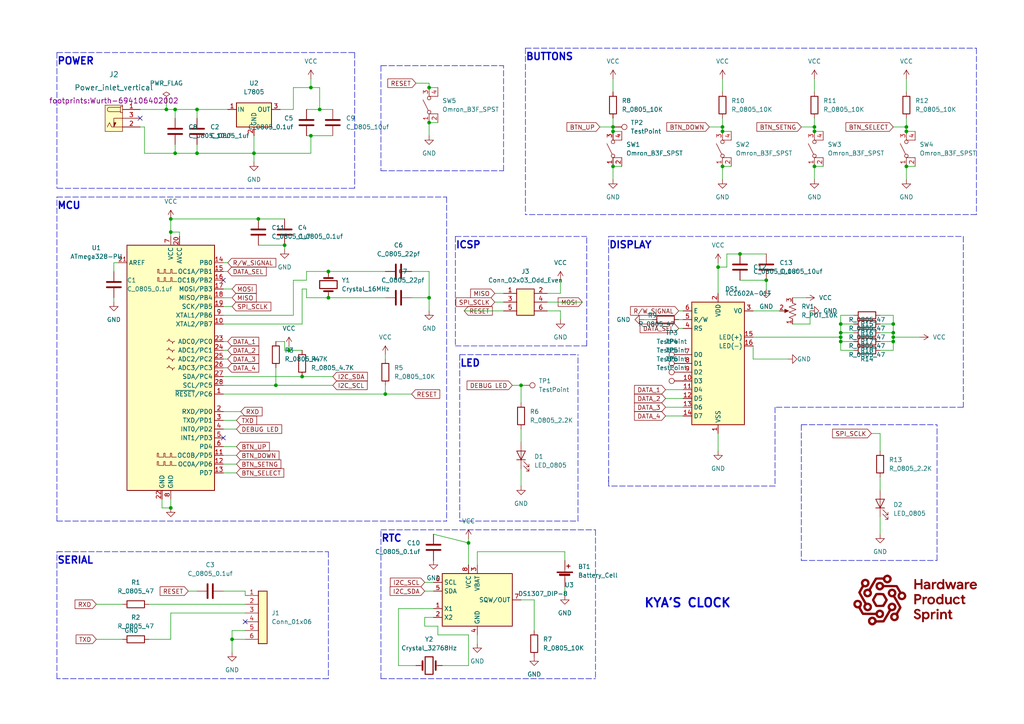
<source format=kicad_sch>
(kicad_sch (version 20211123) (generator eeschema)
  (paper "A4")
  (junction (at 259.08 97.79))
  (junction (at 135.89 157.48))
  (junction (at 262.89 38.1))
  (junction (at 243.84 99.06))
  (junction (at 48.26 31.75))
  (junction (at 49.53 63.5))
  (junction (at 83.82 101.6))
  (junction (at 209.55 48.26))
  (junction (at 236.22 36.83))
  (junction (at 50.8 44.45))
  (junction (at 90.17 25.4))
  (junction (at 87.63 109.22))
  (junction (at 259.08 99.06))
  (junction (at 74.93 63.5))
  (junction (at 236.22 48.26))
  (junction (at 177.8 38.1))
  (junction (at 49.53 147.32))
  (junction (at 236.22 38.1))
  (junction (at 124.46 35.56))
  (junction (at 177.8 36.83))
  (junction (at 209.55 36.83))
  (junction (at 67.31 185.42))
  (junction (at 259.08 96.52))
  (junction (at 262.89 36.83))
  (junction (at 243.84 93.98))
  (junction (at 82.55 71.12))
  (junction (at 243.84 96.52))
  (junction (at 80.01 111.76))
  (junction (at 243.84 97.79))
  (junction (at 124.46 25.4))
  (junction (at 177.8 48.26))
  (junction (at 95.25 78.74))
  (junction (at 222.25 81.28))
  (junction (at 111.76 114.3))
  (junction (at 57.15 31.75))
  (junction (at 73.66 44.45))
  (junction (at 57.15 44.45))
  (junction (at 259.08 93.98))
  (junction (at 124.46 86.36))
  (junction (at 214.63 73.66))
  (junction (at 262.89 48.26))
  (junction (at 92.71 31.75))
  (junction (at 95.25 86.36))
  (junction (at 49.53 67.31))
  (junction (at 50.8 31.75))
  (junction (at 208.28 77.47))
  (junction (at 90.17 39.37))
  (junction (at 209.55 38.1))
  (junction (at 151.13 111.76))
  (no_connect (at 40.64 34.29))
  (no_connect (at 71.12 180.34))
  (no_connect (at 64.77 81.28))
  (no_connect (at 64.77 127))
  (wire (pts (xy 208.28 76.2) (xy 208.28 77.47)))
  (wire (pts (xy 229.87 93.98) (xy 234.95 93.98)))
  (wire (pts (xy 209.55 22.86) (xy 209.55 26.67)))
  (wire (pts (xy 46.99 144.78) (xy 46.99 147.32)))
  (wire (pts (xy 64.77 134.62) (xy 68.58 134.62)))
  (wire (pts (xy 158.75 90.17) (xy 162.56 90.17)))
  (wire (pts (xy 208.28 77.47) (xy 208.28 85.09)))
  (wire (pts (xy 67.31 182.88) (xy 67.31 185.42)))
  (polyline (pts (xy 176.53 68.58) (xy 279.4 68.58)))
  (wire (pts (xy 88.9 81.28) (xy 88.9 78.74)))
  (wire (pts (xy 151.13 111.76) (xy 151.13 116.84)))
  (wire (pts (xy 43.18 185.42) (xy 49.53 185.42)))
  (wire (pts (xy 243.84 97.79) (xy 243.84 99.06)))
  (polyline (pts (xy 16.51 160.02) (xy 95.25 160.02)))
  (wire (pts (xy 49.53 185.42) (xy 49.53 177.8)))
  (wire (pts (xy 162.56 85.09) (xy 162.56 81.28)))
  (wire (pts (xy 41.91 44.45) (xy 50.8 44.45)))
  (wire (pts (xy 83.82 100.33) (xy 83.82 101.6)))
  (wire (pts (xy 209.55 34.29) (xy 209.55 36.83)))
  (wire (pts (xy 92.71 31.75) (xy 96.52 31.75)))
  (wire (pts (xy 64.77 124.46) (xy 68.58 124.46)))
  (wire (pts (xy 123.19 181.61) (xy 123.19 179.07)))
  (wire (pts (xy 87.63 83.82) (xy 88.9 83.82)))
  (wire (pts (xy 64.77 132.08) (xy 68.58 132.08)))
  (wire (pts (xy 92.71 25.4) (xy 90.17 25.4)))
  (wire (pts (xy 88.9 78.74) (xy 95.25 78.74)))
  (wire (pts (xy 255.27 99.06) (xy 259.08 99.06)))
  (polyline (pts (xy 133.35 102.87) (xy 133.35 151.13)))
  (wire (pts (xy 262.89 34.29) (xy 262.89 36.83)))
  (wire (pts (xy 151.13 173.99) (xy 154.94 173.99)))
  (wire (pts (xy 124.46 86.36) (xy 124.46 90.17)))
  (polyline (pts (xy 271.78 162.56) (xy 271.78 123.19)))
  (wire (pts (xy 80.01 106.68) (xy 80.01 111.76)))
  (wire (pts (xy 259.08 97.79) (xy 259.08 99.06)))
  (polyline (pts (xy 110.49 49.53) (xy 146.05 49.53)))
  (wire (pts (xy 57.15 41.91) (xy 57.15 44.45)))
  (wire (pts (xy 67.31 185.42) (xy 67.31 189.23)))
  (wire (pts (xy 127 181.61) (xy 123.19 181.61)))
  (wire (pts (xy 135.89 193.04) (xy 135.89 184.15)))
  (wire (pts (xy 64.77 109.22) (xy 87.63 109.22)))
  (polyline (pts (xy 167.64 151.13) (xy 167.64 102.87)))
  (wire (pts (xy 123.19 171.45) (xy 125.73 171.45)))
  (wire (pts (xy 158.75 87.63) (xy 168.91 87.63)))
  (wire (pts (xy 135.89 184.15) (xy 127 184.15)))
  (wire (pts (xy 48.26 29.21) (xy 48.26 31.75)))
  (wire (pts (xy 209.55 48.26) (xy 209.55 52.07)))
  (wire (pts (xy 68.58 121.92) (xy 64.77 121.92)))
  (wire (pts (xy 74.93 63.5) (xy 82.55 63.5)))
  (wire (pts (xy 64.77 137.16) (xy 68.58 137.16)))
  (wire (pts (xy 71.12 182.88) (xy 67.31 182.88)))
  (polyline (pts (xy 16.51 160.02) (xy 17.78 160.02)))
  (polyline (pts (xy 110.49 153.67) (xy 172.72 153.67)))
  (wire (pts (xy 243.84 93.98) (xy 247.65 93.98)))
  (wire (pts (xy 177.8 22.86) (xy 177.8 26.67)))
  (wire (pts (xy 218.44 100.33) (xy 218.44 104.14)))
  (wire (pts (xy 243.84 96.52) (xy 247.65 96.52)))
  (wire (pts (xy 193.04 115.57) (xy 198.12 115.57)))
  (wire (pts (xy 40.64 36.83) (xy 41.91 36.83)))
  (wire (pts (xy 119.38 78.74) (xy 124.46 78.74)))
  (wire (pts (xy 243.84 97.79) (xy 218.44 97.79)))
  (wire (pts (xy 163.83 160.02) (xy 163.83 162.56)))
  (wire (pts (xy 218.44 104.14) (xy 228.6 104.14)))
  (wire (pts (xy 209.55 48.26) (xy 212.09 48.26)))
  (wire (pts (xy 233.68 86.36) (xy 229.87 86.36)))
  (polyline (pts (xy 129.54 57.15) (xy 129.54 151.13)))
  (wire (pts (xy 255.27 125.73) (xy 255.27 130.81)))
  (wire (pts (xy 82.55 99.06) (xy 82.55 101.6)))
  (wire (pts (xy 95.25 86.36) (xy 111.76 86.36)))
  (wire (pts (xy 50.8 31.75) (xy 57.15 31.75)))
  (wire (pts (xy 214.63 81.28) (xy 222.25 81.28)))
  (wire (pts (xy 40.64 31.75) (xy 48.26 31.75)))
  (wire (pts (xy 128.27 193.04) (xy 135.89 193.04)))
  (polyline (pts (xy 132.08 68.58) (xy 170.18 68.58)))
  (wire (pts (xy 74.93 71.12) (xy 82.55 71.12)))
  (wire (pts (xy 193.04 113.03) (xy 198.12 113.03)))
  (wire (pts (xy 88.9 31.75) (xy 92.71 31.75)))
  (polyline (pts (xy 232.41 162.56) (xy 271.78 162.56)))
  (polyline (pts (xy 132.08 68.58) (xy 132.08 100.33)))
  (wire (pts (xy 124.46 25.4) (xy 127 25.4)))
  (wire (pts (xy 64.77 93.98) (xy 87.63 93.98)))
  (wire (pts (xy 115.57 176.53) (xy 115.57 193.04)))
  (wire (pts (xy 90.17 39.37) (xy 96.52 39.37)))
  (wire (pts (xy 41.91 36.83) (xy 41.91 44.45)))
  (wire (pts (xy 124.46 24.13) (xy 124.46 25.4)))
  (wire (pts (xy 196.85 95.25) (xy 198.12 95.25)))
  (wire (pts (xy 236.22 22.86) (xy 236.22 26.67)))
  (wire (pts (xy 80.01 99.06) (xy 82.55 99.06)))
  (wire (pts (xy 85.09 31.75) (xy 85.09 25.4)))
  (polyline (pts (xy 133.35 151.13) (xy 167.64 151.13)))
  (polyline (pts (xy 279.4 118.11) (xy 224.79 118.11)))
  (wire (pts (xy 46.99 147.32) (xy 49.53 147.32)))
  (wire (pts (xy 54.61 171.45) (xy 57.15 171.45)))
  (wire (pts (xy 262.89 36.83) (xy 262.89 38.1)))
  (polyline (pts (xy 224.79 118.11) (xy 224.79 140.97)))
  (wire (pts (xy 33.02 76.2) (xy 34.29 76.2)))
  (wire (pts (xy 64.77 88.9) (xy 67.31 88.9)))
  (wire (pts (xy 64.77 111.76) (xy 80.01 111.76)))
  (wire (pts (xy 236.22 34.29) (xy 236.22 36.83)))
  (wire (pts (xy 243.84 99.06) (xy 247.65 99.06)))
  (wire (pts (xy 259.08 91.44) (xy 259.08 93.98)))
  (wire (pts (xy 73.66 39.37) (xy 73.66 44.45)))
  (polyline (pts (xy 176.53 139.7) (xy 176.53 68.58)))
  (wire (pts (xy 259.08 99.06) (xy 259.08 101.6)))
  (wire (pts (xy 210.82 73.66) (xy 214.63 73.66)))
  (wire (pts (xy 119.38 86.36) (xy 124.46 86.36)))
  (wire (pts (xy 57.15 31.75) (xy 57.15 34.29)))
  (wire (pts (xy 255.27 138.43) (xy 255.27 142.24)))
  (wire (pts (xy 232.41 36.83) (xy 236.22 36.83)))
  (wire (pts (xy 33.02 78.74) (xy 33.02 76.2)))
  (wire (pts (xy 95.25 78.74) (xy 111.76 78.74)))
  (wire (pts (xy 49.53 144.78) (xy 49.53 147.32)))
  (wire (pts (xy 177.8 36.83) (xy 177.8 38.1)))
  (wire (pts (xy 85.09 25.4) (xy 90.17 25.4)))
  (polyline (pts (xy 224.79 140.97) (xy 176.53 140.97)))
  (wire (pts (xy 162.56 90.17) (xy 162.56 92.71)))
  (wire (pts (xy 154.94 173.99) (xy 154.94 182.88)))
  (wire (pts (xy 90.17 39.37) (xy 90.17 44.45)))
  (wire (pts (xy 163.83 170.18) (xy 163.83 172.72)))
  (wire (pts (xy 138.43 160.02) (xy 138.43 163.83)))
  (wire (pts (xy 115.57 193.04) (xy 120.65 193.04)))
  (wire (pts (xy 43.18 175.26) (xy 71.12 175.26)))
  (wire (pts (xy 255.27 93.98) (xy 259.08 93.98)))
  (wire (pts (xy 236.22 48.26) (xy 236.22 52.07)))
  (wire (pts (xy 259.08 96.52) (xy 259.08 97.79)))
  (wire (pts (xy 50.8 44.45) (xy 57.15 44.45)))
  (wire (pts (xy 243.84 101.6) (xy 247.65 101.6)))
  (polyline (pts (xy 110.49 19.05) (xy 146.05 19.05)))
  (wire (pts (xy 66.04 78.74) (xy 64.77 78.74)))
  (polyline (pts (xy 16.51 196.85) (xy 16.51 160.02)))
  (polyline (pts (xy 110.49 196.85) (xy 172.72 196.85)))
  (wire (pts (xy 95.25 86.36) (xy 88.9 86.36)))
  (wire (pts (xy 64.77 86.36) (xy 67.31 86.36)))
  (wire (pts (xy 27.94 175.26) (xy 35.56 175.26)))
  (wire (pts (xy 193.04 120.65) (xy 198.12 120.65)))
  (polyline (pts (xy 16.51 151.13) (xy 16.51 57.15)))
  (wire (pts (xy 186.69 92.71) (xy 189.23 92.71)))
  (wire (pts (xy 262.89 48.26) (xy 262.89 52.07)))
  (wire (pts (xy 69.85 119.38) (xy 64.77 119.38)))
  (wire (pts (xy 138.43 184.15) (xy 138.43 186.69)))
  (wire (pts (xy 209.55 36.83) (xy 209.55 38.1)))
  (wire (pts (xy 111.76 114.3) (xy 64.77 114.3)))
  (wire (pts (xy 151.13 124.46) (xy 151.13 128.27)))
  (polyline (pts (xy 232.41 123.19) (xy 232.41 162.56)))
  (polyline (pts (xy 16.51 57.15) (xy 129.54 57.15)))
  (wire (pts (xy 64.77 129.54) (xy 68.58 129.54)))
  (wire (pts (xy 64.77 91.44) (xy 85.09 91.44)))
  (wire (pts (xy 49.53 63.5) (xy 49.53 67.31)))
  (wire (pts (xy 57.15 31.75) (xy 66.04 31.75)))
  (wire (pts (xy 243.84 99.06) (xy 243.84 101.6)))
  (polyline (pts (xy 102.87 15.24) (xy 102.87 54.61)))
  (wire (pts (xy 123.19 179.07) (xy 125.73 179.07)))
  (wire (pts (xy 124.46 78.74) (xy 124.46 86.36)))
  (wire (pts (xy 49.53 67.31) (xy 52.07 67.31)))
  (wire (pts (xy 33.02 86.36) (xy 33.02 87.63)))
  (wire (pts (xy 177.8 34.29) (xy 177.8 36.83)))
  (wire (pts (xy 49.53 177.8) (xy 71.12 177.8)))
  (wire (pts (xy 163.83 160.02) (xy 138.43 160.02)))
  (polyline (pts (xy 152.4 13.97) (xy 152.4 62.23)))
  (wire (pts (xy 243.84 93.98) (xy 243.84 96.52)))
  (wire (pts (xy 255.27 149.86) (xy 255.27 154.94)))
  (wire (pts (xy 177.8 48.26) (xy 180.34 48.26)))
  (wire (pts (xy 123.19 168.91) (xy 125.73 168.91)))
  (wire (pts (xy 196.85 90.17) (xy 198.12 90.17)))
  (wire (pts (xy 259.08 97.79) (xy 266.7 97.79)))
  (wire (pts (xy 209.55 38.1) (xy 212.09 38.1)))
  (polyline (pts (xy 102.87 54.61) (xy 16.51 54.61)))
  (polyline (pts (xy 170.18 100.33) (xy 170.18 68.58)))
  (wire (pts (xy 64.77 104.14) (xy 66.04 104.14)))
  (wire (pts (xy 124.46 35.56) (xy 124.46 39.37)))
  (wire (pts (xy 96.52 109.22) (xy 87.63 109.22)))
  (wire (pts (xy 49.53 63.5) (xy 74.93 63.5)))
  (wire (pts (xy 81.28 31.75) (xy 85.09 31.75)))
  (wire (pts (xy 259.08 93.98) (xy 259.08 96.52)))
  (polyline (pts (xy 95.25 196.85) (xy 16.51 196.85)))
  (wire (pts (xy 80.01 111.76) (xy 96.52 111.76)))
  (wire (pts (xy 120.65 24.13) (xy 124.46 24.13)))
  (wire (pts (xy 234.95 93.98) (xy 234.95 90.17)))
  (wire (pts (xy 90.17 22.86) (xy 90.17 25.4)))
  (polyline (pts (xy 283.21 13.97) (xy 283.21 62.23)))
  (wire (pts (xy 67.31 185.42) (xy 71.12 185.42)))
  (polyline (pts (xy 172.72 153.67) (xy 172.72 196.85)))
  (wire (pts (xy 82.55 101.6) (xy 83.82 101.6)))
  (wire (pts (xy 119.38 114.3) (xy 111.76 114.3)))
  (wire (pts (xy 83.82 101.6) (xy 87.63 101.6)))
  (wire (pts (xy 255.27 91.44) (xy 259.08 91.44)))
  (wire (pts (xy 92.71 31.75) (xy 92.71 25.4)))
  (wire (pts (xy 259.08 36.83) (xy 262.89 36.83)))
  (polyline (pts (xy 132.08 100.33) (xy 170.18 100.33)))
  (polyline (pts (xy 152.4 13.97) (xy 283.21 13.97)))
  (wire (pts (xy 64.77 83.82) (xy 67.31 83.82)))
  (wire (pts (xy 64.77 99.06) (xy 66.04 99.06)))
  (wire (pts (xy 127 184.15) (xy 127 181.61)))
  (wire (pts (xy 236.22 38.1) (xy 238.76 38.1)))
  (wire (pts (xy 173.99 36.83) (xy 177.8 36.83)))
  (wire (pts (xy 262.89 22.86) (xy 262.89 26.67)))
  (wire (pts (xy 214.63 73.66) (xy 222.25 73.66)))
  (polyline (pts (xy 16.51 151.13) (xy 129.54 151.13)))
  (wire (pts (xy 158.75 85.09) (xy 162.56 85.09)))
  (wire (pts (xy 262.89 38.1) (xy 265.43 38.1)))
  (wire (pts (xy 64.77 171.45) (xy 71.12 171.45)))
  (wire (pts (xy 52.07 67.31) (xy 52.07 68.58)))
  (wire (pts (xy 143.51 87.63) (xy 146.05 87.63)))
  (wire (pts (xy 236.22 36.83) (xy 236.22 38.1)))
  (wire (pts (xy 125.73 154.94) (xy 135.89 157.48)))
  (wire (pts (xy 82.55 71.12) (xy 82.55 72.39)))
  (wire (pts (xy 48.26 31.75) (xy 50.8 31.75)))
  (polyline (pts (xy 232.41 123.19) (xy 271.78 123.19)))
  (wire (pts (xy 49.53 67.31) (xy 49.53 68.58)))
  (wire (pts (xy 236.22 48.26) (xy 238.76 48.26)))
  (wire (pts (xy 57.15 44.45) (xy 73.66 44.45)))
  (wire (pts (xy 151.13 135.89) (xy 151.13 140.97)))
  (wire (pts (xy 143.51 85.09) (xy 146.05 85.09)))
  (polyline (pts (xy 110.49 19.05) (xy 110.49 49.53)))
  (wire (pts (xy 148.59 111.76) (xy 151.13 111.76)))
  (wire (pts (xy 88.9 39.37) (xy 90.17 39.37)))
  (wire (pts (xy 177.8 38.1) (xy 180.34 38.1)))
  (wire (pts (xy 27.94 185.42) (xy 35.56 185.42)))
  (wire (pts (xy 73.66 44.45) (xy 90.17 44.45)))
  (wire (pts (xy 208.28 125.73) (xy 208.28 130.81)))
  (wire (pts (xy 243.84 96.52) (xy 243.84 97.79)))
  (polyline (pts (xy 16.51 15.24) (xy 102.87 15.24)))
  (wire (pts (xy 66.04 76.2) (xy 64.77 76.2)))
  (wire (pts (xy 88.9 83.82) (xy 88.9 86.36)))
  (wire (pts (xy 135.89 157.48) (xy 135.89 163.83)))
  (wire (pts (xy 243.84 91.44) (xy 243.84 93.98)))
  (wire (pts (xy 177.8 48.26) (xy 177.8 52.07)))
  (wire (pts (xy 111.76 111.76) (xy 111.76 114.3)))
  (wire (pts (xy 50.8 41.91) (xy 50.8 44.45)))
  (wire (pts (xy 226.06 90.17) (xy 218.44 90.17)))
  (wire (pts (xy 64.77 106.68) (xy 66.04 106.68)))
  (wire (pts (xy 222.25 81.28) (xy 222.25 83.82)))
  (wire (pts (xy 262.89 48.26) (xy 265.43 48.26)))
  (wire (pts (xy 64.77 101.6) (xy 66.04 101.6)))
  (wire (pts (xy 252.73 125.73) (xy 255.27 125.73)))
  (wire (pts (xy 111.76 104.14) (xy 111.76 102.87)))
  (wire (pts (xy 134.62 90.17) (xy 146.05 90.17)))
  (wire (pts (xy 196.85 92.71) (xy 198.12 92.71)))
  (polyline (pts (xy 110.49 196.85) (xy 110.49 153.67)))
  (wire (pts (xy 193.04 118.11) (xy 198.12 118.11)))
  (wire (pts (xy 210.82 77.47) (xy 210.82 73.66)))
  (polyline (pts (xy 95.25 160.02) (xy 95.25 196.85)))
  (wire (pts (xy 71.12 171.45) (xy 71.12 172.72)))
  (polyline (pts (xy 16.51 15.24) (xy 16.51 54.61)))
  (polyline (pts (xy 283.21 62.23) (xy 152.4 62.23)))
  (wire (pts (xy 255.27 96.52) (xy 259.08 96.52)))
  (polyline (pts (xy 133.35 102.87) (xy 167.64 102.87)))
  (wire (pts (xy 85.09 81.28) (xy 88.9 81.28)))
  (polyline (pts (xy 146.05 49.53) (xy 146.05 19.05)))
  (polyline (pts (xy 279.4 68.58) (xy 279.4 118.11)))
  (wire (pts (xy 50.8 31.75) (xy 50.8 34.29)))
  (wire (pts (xy 87.63 93.98) (xy 87.63 83.82)))
  (wire (pts (xy 124.46 35.56) (xy 127 35.56)))
  (wire (pts (xy 259.08 101.6) (xy 255.27 101.6)))
  (wire (pts (xy 247.65 91.44) (xy 243.84 91.44)))
  (wire (pts (xy 85.09 91.44) (xy 85.09 81.28)))
  (wire (pts (xy 135.89 156.21) (xy 135.89 157.48)))
  (wire (pts (xy 73.66 44.45) (xy 73.66 46.99)))
  (wire (pts (xy 205.74 36.83) (xy 209.55 36.83)))
  (wire (pts (xy 125.73 176.53) (xy 115.57 176.53)))
  (wire (pts (xy 208.28 77.47) (xy 210.82 77.47)))
  (polyline (pts (xy 176.53 140.97) (xy 176.53 138.43)))
  (text "BUTTONS" (at 152.4 17.78 0) (effects (font (size 2.032 2.032) bold) (justify left bottom)))
  (text "LED" (at 133.35 106.68 0) (effects (font (size 2.032 2.032) (thickness 0.4064) bold) (justify left bottom)))
  (text "RTC" (at 110.49 157.48 0) (effects (font (size 2.032 2.032) bold) (justify left bottom)))
  (text "SERIAL\n" (at 16.51 163.83 0) (effects (font (size 2.032 2.032) (thickness 0.4064) bold) (justify left bottom)))
  (text "ICSP" (at 132.08 72.39 0) (effects (font (size 2.032 2.032) (thickness 0.4064) bold) (justify left bottom)))
  (text "MCU" (at 16.51 60.96 0) (effects (font (size 2.032 2.032) (thickness 0.4064) bold) (justify left bottom)))
  (text "KYA'S CLOCK" (at 186.69 176.53 0) (effects (font (size 2.54 2.54) bold) (justify left bottom)))
  (text "DISPLAY" (at 176.53 72.39 0) (effects (font (size 2.032 2.032) bold) (justify left bottom)))
  (text "POWER" (at 16.51 19.05 0) (effects (font (size 2.032 2.032) bold) (justify left bottom)))
  (global_label "DATA_2" (shape input) (at 193.04 115.57 180) (property "Intersheet References" "${INTERSHEET_REFS}" (effects hide)))
  (global_label "DEBUG LED" (shape input) (at 148.59 111.76 180) (property "Intersheet References" "${INTERSHEET_REFS}" (effects hide)))
  (global_label "BTN_SETNG" (shape input) (at 68.58 134.62 0) (property "Intersheet References" "${INTERSHEET_REFS}" (effects hide)))
  (global_label "TXD" (shape input) (at 68.58 121.92 0) (property "Intersheet References" "${INTERSHEET_REFS}" (effects hide)))
  (global_label "BTN_DOWN" (shape input) (at 68.58 132.08 0) (property "Intersheet References" "${INTERSHEET_REFS}" (effects hide)))
  (global_label "BTN_SELECT" (shape input) (at 68.58 137.16 0) (property "Intersheet References" "${INTERSHEET_REFS}" (effects hide)))
  (global_label "RXD" (shape input) (at 27.94 175.26 180) (property "Intersheet References" "${INTERSHEET_REFS}" (effects hide)))
  (global_label "SPI_SCLK" (shape input) (at 252.73 125.73 180) (property "Intersheet References" "${INTERSHEET_REFS}" (effects hide)))
  (global_label "BTN_UP" (shape input) (at 68.58 129.54 0) (property "Intersheet References" "${INTERSHEET_REFS}" (effects hide)))
  (global_label "DATA_4" (shape input) (at 66.04 106.68 0) (property "Intersheet References" "${INTERSHEET_REFS}" (effects hide)))
  (global_label "R{slash}W_SIGNAL" (shape input) (at 196.85 90.17 180) (property "Intersheet References" "${INTERSHEET_REFS}" (effects hide)))
  (global_label "MISO" (shape input) (at 143.51 85.09 180) (property "Intersheet References" "${INTERSHEET_REFS}" (effects hide)))
  (global_label "MOSI" (shape input) (at 168.91 87.63 180) (property "Intersheet References" "${INTERSHEET_REFS}" (effects hide)))
  (global_label "DATA_3" (shape input) (at 193.04 118.11 180) (property "Intersheet References" "${INTERSHEET_REFS}" (effects hide)))
  (global_label "BTN_SETNG" (shape input) (at 232.41 36.83 180) (property "Intersheet References" "${INTERSHEET_REFS}" (effects hide)))
  (global_label "BTN_DOWN" (shape input) (at 205.74 36.83 180) (property "Intersheet References" "${INTERSHEET_REFS}" (effects hide)))
  (global_label "DATA_SEL" (shape input) (at 66.04 78.74 0) (property "Intersheet References" "${INTERSHEET_REFS}" (effects hide)))
  (global_label "I2C_SDA" (shape input) (at 123.19 171.45 180) (property "Intersheet References" "${INTERSHEET_REFS}" (effects hide)))
  (global_label "DEBUG LED" (shape input) (at 68.58 124.46 0) (property "Intersheet References" "${INTERSHEET_REFS}" (effects hide)))
  (global_label "RESET" (shape input) (at 134.62 90.17 0) (property "Intersheet References" "${INTERSHEET_REFS}" (effects hide)))
  (global_label "BTN_SELECT" (shape input) (at 259.08 36.83 180) (property "Intersheet References" "${INTERSHEET_REFS}" (effects hide)))
  (global_label "I2C_SDA" (shape input) (at 96.52 109.22 0) (property "Intersheet References" "${INTERSHEET_REFS}" (effects hide)))
  (global_label "DATA_4" (shape input) (at 193.04 120.65 180) (property "Intersheet References" "${INTERSHEET_REFS}" (effects hide)))
  (global_label "RESET" (shape input) (at 120.65 24.13 180) (property "Intersheet References" "${INTERSHEET_REFS}" (effects hide)))
  (global_label "DATA_1" (shape input) (at 193.04 113.03 180) (property "Intersheet References" "${INTERSHEET_REFS}" (effects hide)))
  (global_label "DATA_SEL" (shape input) (at 196.85 95.25 180) (property "Intersheet References" "${INTERSHEET_REFS}" (effects hide)))
  (global_label "I2C_SCL" (shape input) (at 123.19 168.91 180) (property "Intersheet References" "${INTERSHEET_REFS}" (effects hide)))
  (global_label "RXD" (shape input) (at 69.85 119.38 0) (property "Intersheet References" "${INTERSHEET_REFS}" (effects hide)))
  (global_label "I2C_SCL" (shape input) (at 96.52 111.76 0) (property "Intersheet References" "${INTERSHEET_REFS}" (effects hide)))
  (global_label "MISO" (shape input) (at 67.31 86.36 0) (property "Intersheet References" "${INTERSHEET_REFS}" (effects hide)))
  (global_label "SPI_SCLK" (shape input) (at 143.51 87.63 180) (property "Intersheet References" "${INTERSHEET_REFS}" (effects hide)))
  (global_label "DATA_3" (shape input) (at 66.04 104.14 0) (property "Intersheet References" "${INTERSHEET_REFS}" (effects hide)))
  (global_label "R{slash}W_SIGNAL" (shape input) (at 66.04 76.2 0) (property "Intersheet References" "${INTERSHEET_REFS}" (effects hide)))
  (global_label "MOSI" (shape input) (at 67.31 83.82 0) (property "Intersheet References" "${INTERSHEET_REFS}" (effects hide)))
  (global_label "DATA_2" (shape input) (at 66.04 101.6 0) (property "Intersheet References" "${INTERSHEET_REFS}" (effects hide)))
  (global_label "BTN_UP" (shape input) (at 173.99 36.83 180) (property "Intersheet References" "${INTERSHEET_REFS}" (effects hide)))
  (global_label "RESET" (shape input) (at 119.38 114.3 0) (property "Intersheet References" "${INTERSHEET_REFS}" (effects hide)))
  (global_label "DATA_1" (shape input) (at 66.04 99.06 0) (property "Intersheet References" "${INTERSHEET_REFS}" (effects hide)))
  (global_label "TXD" (shape input) (at 27.94 185.42 180) (property "Intersheet References" "${INTERSHEET_REFS}" (effects hide)))
  (global_label "RESET" (shape input) (at 54.61 171.45 180) (property "Intersheet References" "${INTERSHEET_REFS}" (effects hide)))
  (global_label "SPI_SCLK" (shape input) (at 67.31 88.9 0) (property "Intersheet References" "${INTERSHEET_REFS}" (effects hide)))
  (symbol (lib_id "HPS:Conn_02x03_Odd_Even") (at 152.4 88.9 0) (unit 1)
    (property "Reference" "J3" (at 152.4 78.74 0))
    (property "Value" "Conn_02x03_Odd_Even" (at 152.4 81.28 0))
    (property "Footprint" "footprints:PinHeader_2x03_P2.54mm_Vertical" (effects hide))
    (property "Datasheet" "https://drawings-pdf.s3.amazonaws.com/11636.pdf" (effects hide))
    (property "MFG" "Sullins Connector Solutions" (effects hide))
    (property "MPN" "PRPC003DAAN-RC" (effects hide))
    (property "Digikey PN" "S2011EC-03-ND" (effects hide))
    (property "Mouser PN" "N/A" (effects hide))
  )
  (symbol (lib_id "HPS:GND") (at 125.73 162.56 0) (unit 1)
    (property "Reference" "#PWR0132" (effects hide))
    (property "Value" "GND" (at 125.73 167.64 0))
  )
  (symbol (lib_id "HPS:C_0805_0.1uf") (at 82.55 67.31 0) (unit 1)
    (property "Reference" "C4" (at 86.36 66.0399 0) (effects (justify left)))
    (property "Value" "C_0805_0.1uf" (at 86.36 68.5799 0) (effects (justify left)))
    (property "Footprint" "footprints:C_0805_2012Metric" (effects hide))
    (property "Datasheet" "https://datasheets.avx.com/X7RDielectric.pdf" (effects hide))
    (property "MFG" "AVX Corporation" (effects hide))
    (property "MPN" "08055C104KAT2A" (effects hide))
    (property "Digikey PN" "478-1395-1-ND" (effects hide))
    (property "Mouser PN" "N/A" (effects hide))
    (property "Voltage" "N/A" (effects hide))
    (property "Dielectric" "N/A" (effects hide))
    (property "Tolerance" "N/A" (effects hide))
  )
  (symbol (lib_id "HPS:GND") (at 222.25 83.82 0) (unit 1)
    (property "Reference" "#PWR0134" (effects hide))
    (property "Value" "GND" (at 222.25 88.9 0))
  )
  (symbol (lib_id "HPS:GND") (at 177.8 52.07 0) (unit 1)
    (property "Reference" "#PWR0121" (effects hide))
    (property "Value" "GND" (at 177.8 57.15 0))
  )
  (symbol (lib_id "HPS:C_0805_10uf") (at 222.25 77.47 0) (unit 1)
    (property "Reference" "C13" (at 226.06 76.1999 0) (effects (justify left)))
    (property "Value" "C_0805_10uf" (at 226.06 78.7399 0) (effects (justify left)))
    (property "Footprint" "footprints:C_0805_2012Metric" (effects hide))
    (property "Datasheet" "https://search.murata.co.jp/Ceramy/image/img/A01X/G101/ENG/GRM21BR61E106KA73-01.pdf" (effects hide))
    (property "MFG" "Murata Electronics" (effects hide))
    (property "MPN" "GRM21BR61E106KA73L" (effects hide))
    (property "Digikey PN" "490-5523-1-ND" (effects hide))
    (property "Mouser PN" "N/A" (effects hide))
    (property "Voltage" "N/A" (effects hide))
    (property "Dielectric" "N/A" (effects hide))
    (property "Tolerance" "N/A" (effects hide))
  )
  (symbol (lib_id "HPS:GND") (at 236.22 52.07 0) (unit 1)
    (property "Reference" "#PWR0124" (effects hide))
    (property "Value" "GND" (at 236.22 57.15 0))
  )
  (symbol (lib_id "HPS:Omron_B3F_SPST") (at 177.8 43.18 90) (unit 1)
    (property "Reference" "SW1" (at 181.61 41.9099 90) (effects (justify right)))
    (property "Value" "Omron_B3F_SPST" (at 181.61 44.4499 90) (effects (justify right)))
    (property "Footprint" "footprints:SW_SPST_Omron_B3FS-100xP" (effects hide))
    (property "Datasheet" "https://omronfs.omron.com/en_US/ecb/products/pdf/en-b3fs.pdf" (effects hide))
    (property "MFG" "Omron Electronics Inc-EMC Div" (effects hide))
    (property "MPN" "B3FS-1000P" (effects hide))
    (property "Digikey PN" "SW423CT-ND" (effects hide))
    (property "Mouser PN" "N/A" (effects hide))
  )
  (symbol (lib_id "HPS:GND") (at 228.6 104.14 90) (mirror x) (unit 1)
    (property "Reference" "#PWR0126" (effects hide))
    (property "Value" "GND" (at 231.14 104.14 90) (effects (justify right)))
  )
  (symbol (lib_id "HPS:GND") (at 209.55 52.07 0) (unit 1)
    (property "Reference" "#PWR0120" (effects hide))
    (property "Value" "GND" (at 209.55 57.15 0))
  )
  (symbol (lib_id "HPS:GND") (at 234.95 90.17 90) (unit 1)
    (property "Reference" "#PWR0129" (effects hide))
    (property "Value" "GND" (at 238.76 90.1699 90) (effects (justify right)))
  )
  (symbol (lib_id "HPS:C_0805_1uf") (at 57.15 38.1 0) (unit 1)
    (property "Reference" "C2" (at 60.96 36.8299 0) (effects (justify left)))
    (property "Value" "C_0805_1uf" (at 60.96 39.3699 0) (effects (justify left)))
    (property "Footprint" "footprints:C_0805_2012Metric" (effects hide))
    (property "Datasheet" "https://www.yageo.com/upload/media/product/productsearch/datasheet/mlcc/UPY-GPHC_X7R_6.3V-to-50V_18.pdf" (effects hide))
    (property "MFG" "Yageo" (effects hide))
    (property "MPN" "CC0805KKX7R8BB105" (effects hide))
    (property "Digikey PN" "311-1456-1-ND" (effects hide))
    (property "Mouser PN" "N/A" (effects hide))
    (property "Voltage" "N/A" (effects hide))
    (property "Dielectric" "N/A" (effects hide))
    (property "Tolerance" "N/A" (effects hide))
  )
  (symbol (lib_id "HPS:C_0805_0.1uf") (at 60.96 171.45 270) (unit 1)
    (property "Reference" "C3" (at 60.96 163.83 90))
    (property "Value" "C_0805_0.1uf" (at 60.96 166.37 90))
    (property "Footprint" "footprints:C_0805_2012Metric" (effects hide))
    (property "Datasheet" "https://datasheets.avx.com/X7RDielectric.pdf" (effects hide))
    (property "MFG" "AVX Corporation" (effects hide))
    (property "MPN" "08055C104KAT2A" (effects hide))
    (property "Digikey PN" "478-1395-1-ND" (effects hide))
    (property "Mouser PN" "N/A" (effects hide))
    (property "Voltage" "N/A" (effects hide))
    (property "Dielectric" "N/A" (effects hide))
    (property "Tolerance" "N/A" (effects hide))
  )
  (symbol (lib_id "HPS:VCC") (at 208.28 76.2 0) (unit 1)
    (property "Reference" "#PWR0127" (effects hide))
    (property "Value" "VCC" (at 208.28 71.12 0))
  )
  (symbol (lib_id "HPS:VCC") (at 135.89 156.21 0) (unit 1)
    (property "Reference" "#PWR0111" (effects hide))
    (property "Value" "VCC" (at 135.89 151.13 0))
  )
  (symbol (lib_id "HPS:C_0805_10uf") (at 96.52 35.56 0) (unit 1)
    (property "Reference" "C9" (at 100.33 34.2899 0) (effects (justify left)))
    (property "Value" "C_0805_10uf" (at 100.33 36.8299 0) (effects (justify left)))
    (property "Footprint" "footprints:C_0805_2012Metric" (effects hide))
    (property "Datasheet" "https://search.murata.co.jp/Ceramy/image/img/A01X/G101/ENG/GRM21BR61E106KA73-01.pdf" (effects hide))
    (property "MFG" "Murata Electronics" (effects hide))
    (property "MPN" "GRM21BR61E106KA73L" (effects hide))
    (property "Digikey PN" "490-5523-1-ND" (effects hide))
    (property "Mouser PN" "N/A" (effects hide))
    (property "Voltage" "N/A" (effects hide))
    (property "Dielectric" "N/A" (effects hide))
    (property "Tolerance" "N/A" (effects hide))
  )
  (symbol (lib_id "HPS:C_0805_0.1uf") (at 214.63 77.47 0) (unit 1)
    (property "Reference" "C12" (at 218.44 77.4699 0) (effects (justify left)))
    (property "Value" "C_0805_0.1uf" (at 218.44 78.7399 0) (effects (justify left)))
    (property "Footprint" "footprints:C_0805_2012Metric" (effects hide))
    (property "Datasheet" "https://datasheets.avx.com/X7RDielectric.pdf" (effects hide))
    (property "MFG" "AVX Corporation" (effects hide))
    (property "MPN" "08055C104KAT2A" (effects hide))
    (property "Digikey PN" "478-1395-1-ND" (effects hide))
    (property "Mouser PN" "N/A" (effects hide))
    (property "Voltage" "N/A" (effects hide))
    (property "Dielectric" "N/A" (effects hide))
    (property "Tolerance" "N/A" (effects hide))
  )
  (symbol (lib_id "HPS:C_0805_22pf") (at 115.57 78.74 90) (unit 1)
    (property "Reference" "C6" (at 115.57 71.12 90))
    (property "Value" "C_0805_22pf" (at 115.57 73.66 90))
    (property "Footprint" "footprints:C_0805_2012Metric" (effects hide))
    (property "Datasheet" "https://www.yageo.com/upload/media/product/productsearch/datasheet/mlcc/UPY-GP_NP0_16V-to-50V_18.pdf" (effects hide))
    (property "MFG" "Yageo" (effects hide))
    (property "MPN" "CC0805JRNPO9BN220" (effects hide))
    (property "Digikey PN" "311-1103-1-ND" (effects hide))
    (property "Mouser PN" "N/A" (effects hide))
    (property "Voltage" "N/A" (effects hide))
    (property "Dielectric" "N/A" (effects hide))
    (property "Tolerance" "N/A" (effects hide))
  )
  (symbol (lib_id "HPS:Conn_01x06") (at 76.2 177.8 0) (unit 1)
    (property "Reference" "J1" (at 78.74 177.7999 0) (effects (justify left)))
    (property "Value" "Conn_01x06" (at 78.74 180.3399 0) (effects (justify left)))
    (property "Footprint" "footprints:PinHeader_1x06_P2.54mm_Vertical" (effects hide))
    (property "Datasheet" "https://www.we-online.de/katalog/datasheet/6130xx11121.pdf" (effects hide))
    (property "MFG" "Würth Elektronik" (effects hide))
    (property "MPN" "61300611121" (effects hide))
    (property "Digikey PN" "732-5319-ND" (effects hide))
    (property "Mouser PN" "N/A" (effects hide))
  )
  (symbol (lib_id "HPS:R_0805_10K") (at 111.76 107.95 0) (unit 1)
    (property "Reference" "R5" (at 114.3 106.6799 0) (effects (justify left)))
    (property "Value" "R_0805_10K" (at 114.3 109.2199 0) (effects (justify left)))
    (property "Footprint" "footprints:R_0805_2012Metric" (effects hide))
    (property "Datasheet" "https://www.digikey.com/en/products/detail/yageo/RC0805FR-0710KL/727535" (effects hide))
    (property "MFG" "Yageo" (effects hide))
    (property "MPN" "RC0805FR-0710KL" (effects hide))
    (property "Digikey PN" "311-10.0KCRCT-ND" (effects hide))
    (property "Mouser PN" "N/A" (effects hide))
    (property "Power" "N/A" (effects hide))
    (property "Tolerance" "N/A" (effects hide))
  )
  (symbol (lib_id "HPS:L7805") (at 73.66 31.75 0) (unit 1)
    (property "Reference" "U2" (at 73.66 24.13 0))
    (property "Value" "L7805" (at 73.66 26.67 0))
    (property "Footprint" "footprints:TO-252-2" (effects hide))
    (property "Datasheet" "http://www.st.com/content/ccc/resource/technical/document/datasheet/41/4f/b3/b0/12/d4/47/88/CD00000444.pdf/files/CD00000444.pdf/jcr:content/translations/en.CD00000444.pdf" (effects hide))
    (property "Digikey PN" "497-7255-1-ND" (effects hide))
    (property "MPN" "L7805CDT-TR" (effects hide))
    (property "MFG" "STMicroelectronics" (effects hide))
  )
  (symbol (lib_id "HPS:Omron_B3F_SPST") (at 262.89 43.18 90) (unit 1)
    (property "Reference" "SW4" (at 266.7 41.9099 90) (effects (justify right)))
    (property "Value" "Omron_B3F_SPST" (at 266.7 44.4499 90) (effects (justify right)))
    (property "Footprint" "footprints:SW_SPST_Omron_B3FS-100xP" (effects hide))
    (property "Datasheet" "https://omronfs.omron.com/en_US/ecb/products/pdf/en-b3fs.pdf" (effects hide))
    (property "MFG" "Omron Electronics Inc-EMC Div" (effects hide))
    (property "MPN" "B3FS-1000P" (effects hide))
    (property "Digikey PN" "SW423CT-ND" (effects hide))
    (property "Mouser PN" "N/A" (effects hide))
  )
  (symbol (lib_id "HPS:GND") (at 33.02 87.63 0) (unit 1)
    (property "Reference" "#PWR0101" (effects hide))
    (property "Value" "GND" (at 33.02 92.71 0))
  )
  (symbol (lib_id "HPS:LED_0805") (at 151.13 132.08 90) (unit 1)
    (property "Reference" "D1" (at 154.94 132.4101 90) (effects (justify right)))
    (property "Value" "LED_0805" (at 154.94 134.9501 90) (effects (justify right)))
    (property "Footprint" "footprints:LED_0805_2012Metric" (effects hide))
    (property "Datasheet" "https://www.we-online.de/katalog/datasheet/150080RS75000.pdf" (effects hide))
    (property "MFG" "Würth Elektronik" (effects hide))
    (property "MPN" "150080RS75000" (effects hide))
    (property "Digikey PN" "732-4984-1-ND" (effects hide))
    (property "Mouser PN" "N/A" (effects hide))
  )
  (symbol (lib_id "HPS:VCC") (at 162.56 81.28 0) (unit 1)
    (property "Reference" "#PWR0131" (effects hide))
    (property "Value" "VCC" (at 162.56 76.2 0))
  )
  (symbol (lib_id "HPS:Omron_B3F_SPST") (at 236.22 43.18 90) (unit 1)
    (property "Reference" "SW3" (at 240.03 41.9099 90) (effects (justify right)))
    (property "Value" "Omron_B3F_SPST" (at 240.03 44.4499 90) (effects (justify right)))
    (property "Footprint" "footprints:SW_SPST_Omron_B3FS-100xP" (effects hide))
    (property "Datasheet" "https://omronfs.omron.com/en_US/ecb/products/pdf/en-b3fs.pdf" (effects hide))
    (property "MFG" "Omron Electronics Inc-EMC Div" (effects hide))
    (property "MPN" "B3FS-1000P" (effects hide))
    (property "Digikey PN" "SW423CT-ND" (effects hide))
    (property "Mouser PN" "N/A" (effects hide))
  )
  (symbol (lib_id "HPS:HPS_Logo") (at 265.43 173.99 0) (unit 1)
    (property "Reference" "#G1" (effects hide))
    (property "Value" "HPS_Logo" (effects hide))
  )
  (symbol (lib_id "HPS:DS1307_DIP-8") (at 138.43 173.99 0) (unit 1)
    (property "Reference" "U3" (at 165.1 169.6593 0))
    (property "Value" "DS1307_DIP-8" (at 157.48 172.1993 0))
    (property "Footprint" "footprints:DIP-8_W7.62mm" (effects hide))
    (property "Datasheet" "https://datasheets.maximintegrated.com/en/ds/DS1307.pdf" (effects hide))
    (property "MFG" "Assmann WSW Components" (effects hide))
    (property "MPN" "A 08-LC-TT" (effects hide))
    (property "Digikey PN" "AE9986-ND" (effects hide))
    (property "Mouser PN" "N/A" (effects hide))
  )
  (symbol (lib_id "HPS:C_0805_0.1uf") (at 33.02 82.55 0) (unit 1)
    (property "Reference" "C1" (at 36.83 81.2799 0) (effects (justify left)))
    (property "Value" "C_0805_0.1uf" (at 36.83 83.8199 0) (effects (justify left)))
    (property "Footprint" "footprints:C_0805_2012Metric" (effects hide))
    (property "Datasheet" "https://datasheets.avx.com/X7RDielectric.pdf" (effects hide))
    (property "MFG" "AVX Corporation" (effects hide))
    (property "MPN" "08055C104KAT2A" (effects hide))
    (property "Digikey PN" "478-1395-1-ND" (effects hide))
    (property "Mouser PN" "N/A" (effects hide))
    (property "Voltage" "N/A" (effects hide))
    (property "Dielectric" "N/A" (effects hide))
    (property "Tolerance" "N/A" (effects hide))
  )
  (symbol (lib_id "HPS:C_0805_0.1uf") (at 88.9 35.56 0) (mirror x) (unit 1)
    (property "Reference" "C5" (at 85.09 34.2899 0) (effects (justify right)))
    (property "Value" "C_0805_0.1uf" (at 85.09 36.8299 0) (effects (justify right)))
    (property "Footprint" "footprints:C_0805_2012Metric" (effects hide))
    (property "Datasheet" "https://datasheets.avx.com/X7RDielectric.pdf" (effects hide))
    (property "MFG" "AVX Corporation" (effects hide))
    (property "MPN" "08055C104KAT2A" (effects hide))
    (property "Digikey PN" "478-1395-1-ND" (effects hide))
    (property "Mouser PN" "N/A" (effects hide))
    (property "Voltage" "N/A" (effects hide))
    (property "Dielectric" "N/A" (effects hide))
    (property "Tolerance" "N/A" (effects hide))
  )
  (symbol (lib_id "HPS:VCC") (at 233.68 86.36 270) (unit 1)
    (property "Reference" "#PWR0135" (effects hide))
    (property "Value" "VCC" (at 237.49 86.3599 90) (effects (justify left)))
  )
  (symbol (lib_id "HPS:R_0805_47") (at 251.46 96.52 270) (unit 1)
    (property "Reference" "R17" (at 251.46 99.06 90))
    (property "Value" "R_0805_47" (at 251.46 97.79 90))
    (property "Footprint" "footprints:R_0805_2012Metric" (effects hide))
    (property "Datasheet" "https://www.digikey.com/en/products/detail/yageo/RC0805FR-0747RL/727972" (effects hide))
    (property "MFG" "Yageo" (effects hide))
    (property "Digikey PN" "RC0805FR-0747RL " (effects hide))
    (property "Mouser PN" "N/A" (effects hide))
    (property "Power" "N/A" (effects hide))
    (property "Tolerance" "N/A" (effects hide))
    (property "MPN" "RC0805FR-0747RL " (effects hide))
  )
  (symbol (lib_id "HPS:TestPoint") (at 151.13 111.76 270) (unit 1)
    (property "Reference" "TP1" (at 156.21 110.4899 90) (effects (justify left)))
    (property "Value" "TestPoint" (at 156.21 113.0299 90) (effects (justify left)))
    (property "Footprint" "footprints:TestPoint_THTPad_D2.0mm_Drill1.0mm" (effects hide))
  )
  (symbol (lib_id "HPS:R_0805_2.2K") (at 151.13 120.65 0) (unit 1)
    (property "Reference" "R6" (at 153.67 119.3799 0) (effects (justify left)))
    (property "Value" "R_0805_2.2K" (at 153.67 121.9199 0) (effects (justify left)))
    (property "Footprint" "footprints:R_0805_2012Metric" (effects hide))
    (property "Datasheet" "https://www.digikey.com/en/products/detail/yageo/RC0805FR-072K2L/727676" (effects hide))
    (property "MFG" "N/A" (effects hide))
    (property "MPN" "N/A" (effects hide))
    (property "Digikey PN" "311-2.20KCRCT-ND" (effects hide))
    (property "Mouser PN" "N/A" (effects hide))
    (property "Power" "N/A" (effects hide))
    (property "Tolerance" "N/A" (effects hide))
  )
  (symbol (lib_id "HPS:R_0805_47") (at 39.37 185.42 270) (unit 1)
    (property "Reference" "R2" (at 39.37 179.07 90))
    (property "Value" "R_0805_47" (at 39.37 181.61 90))
    (property "Footprint" "footprints:R_0805_2012Metric" (effects hide))
    (property "Datasheet" "https://www.digikey.com/en/products/detail/yageo/RC0805FR-0747RL/727972" (effects hide))
    (property "MFG" "Yageo" (effects hide))
    (property "Digikey PN" "RC0805FR-0747RL " (effects hide))
    (property "Mouser PN" "N/A" (effects hide))
    (property "Power" "N/A" (effects hide))
    (property "Tolerance" "N/A" (effects hide))
    (property "MPN" "RC0805FR-0747RL " (effects hide))
  )
  (symbol (lib_id "HPS:VCC") (at 209.55 22.86 0) (unit 1)
    (property "Reference" "#PWR0119" (effects hide))
    (property "Value" "VCC" (at 209.55 17.78 0))
  )
  (symbol (lib_id "HPS:GND") (at 163.83 172.72 0) (unit 1)
    (property "Reference" "#PWR0115" (effects hide))
    (property "Value" "GND" (at 163.83 177.8 0))
  )
  (symbol (lib_id "HPS:C_0805_22pf") (at 115.57 86.36 90) (unit 1)
    (property "Reference" "C7" (at 116.84 78.74 90))
    (property "Value" "C_0805_22pf" (at 116.84 81.28 90))
    (property "Footprint" "footprints:C_0805_2012Metric" (effects hide))
    (property "Datasheet" "https://www.yageo.com/upload/media/product/productsearch/datasheet/mlcc/UPY-GP_NP0_16V-to-50V_18.pdf" (effects hide))
    (property "MFG" "Yageo" (effects hide))
    (property "MPN" "CC0805JRNPO9BN220" (effects hide))
    (property "Digikey PN" "311-1103-1-ND" (effects hide))
    (property "Mouser PN" "N/A" (effects hide))
    (property "Voltage" "N/A" (effects hide))
    (property "Dielectric" "N/A" (effects hide))
    (property "Tolerance" "N/A" (effects hide))
  )
  (symbol (lib_id "HPS:R_0805_4.7K") (at 80.01 102.87 0) (mirror y) (unit 1)
    (property "Reference" "R3" (at 82.55 101.5999 0) (effects (justify right)))
    (property "Value" "R_0805_4.7K" (at 82.55 104.1399 0) (effects (justify right)))
    (property "Footprint" "footprints:R_0805_2012Metric" (effects hide))
    (property "Datasheet" "https://www.digikey.com/en/products/detail/yageo/RC0805FR-074K7L/727929" (effects hide))
    (property "MFG" "Yageo" (effects hide))
    (property "MPN" "RC0805FR-074K7L" (effects hide))
    (property "Digikey PN" "311-4.70KCRCT-ND" (effects hide))
    (property "Mouser PN" "N/A" (effects hide))
    (property "Power" "N/A" (effects hide))
    (property "Tolerance" "N/A" (effects hide))
  )
  (symbol (lib_id "HPS:TestPoint") (at 198.12 105.41 90) (unit 1)
    (property "Reference" "TP4" (at 194.818 99.06 90))
    (property "Value" "TestPoint" (at 194.818 101.6 90))
    (property "Footprint" "footprints:TestPoint_THTPad_D2.0mm_Drill1.0mm" (effects hide))
  )
  (symbol (lib_id "HPS:LED_0805") (at 255.27 146.05 90) (unit 1)
    (property "Reference" "D2" (at 259.08 146.3801 90) (effects (justify right)))
    (property "Value" "LED_0805" (at 259.08 148.9201 90) (effects (justify right)))
    (property "Footprint" "footprints:LED_0805_2012Metric" (effects hide))
    (property "Datasheet" "https://www.we-online.de/katalog/datasheet/150080RS75000.pdf" (effects hide))
    (property "MFG" "Würth Elektronik" (effects hide))
    (property "MPN" "150080RS75000" (effects hide))
    (property "Digikey PN" "732-4984-1-ND" (effects hide))
    (property "Mouser PN" "N/A" (effects hide))
  )
  (symbol (lib_id "HPS:R_0805_47") (at 251.46 93.98 270) (unit 1)
    (property "Reference" "R16" (at 251.46 96.52 90))
    (property "Value" "R_0805_47" (at 251.46 95.25 90))
    (property "Footprint" "footprints:R_0805_2012Metric" (effects hide))
    (property "Datasheet" "https://www.digikey.com/en/products/detail/yageo/RC0805FR-0747RL/727972" (effects hide))
    (property "MFG" "Yageo" (effects hide))
    (property "Digikey PN" "RC0805FR-0747RL " (effects hide))
    (property "Mouser PN" "N/A" (effects hide))
    (property "Power" "N/A" (effects hide))
    (property "Tolerance" "N/A" (effects hide))
    (property "MPN" "RC0805FR-0747RL " (effects hide))
  )
  (symbol (lib_id "HPS:R_0805_47") (at 251.46 91.44 270) (unit 1)
    (property "Reference" "R15" (at 251.46 93.98 90))
    (property "Value" "R_0805_47" (at 251.46 92.71 90))
    (property "Footprint" "footprints:R_0805_2012Metric" (effects hide))
    (property "Datasheet" "https://www.digikey.com/en/products/detail/yageo/RC0805FR-0747RL/727972" (effects hide))
    (property "MFG" "Yageo" (effects hide))
    (property "Digikey PN" "RC0805FR-0747RL " (effects hide))
    (property "Mouser PN" "N/A" (effects hide))
    (property "Power" "N/A" (effects hide))
    (property "Tolerance" "N/A" (effects hide))
    (property "MPN" "RC0805FR-0747RL " (effects hide))
  )
  (symbol (lib_id "HPS:VCC") (at 262.89 22.86 0) (unit 1)
    (property "Reference" "#PWR0123" (effects hide))
    (property "Value" "VCC" (at 262.89 17.78 0))
  )
  (symbol (lib_id "HPS:VCC") (at 49.53 63.5 0) (unit 1)
    (property "Reference" "#PWR0102" (effects hide))
    (property "Value" "VCC" (at 49.53 58.42 0))
  )
  (symbol (lib_id "HPS:GND") (at 124.46 90.17 0) (unit 1)
    (property "Reference" "#PWR0107" (effects hide))
    (property "Value" "GND" (at 124.46 95.25 0))
  )
  (symbol (lib_id "HPS:GND") (at 154.94 190.5 0) (unit 1)
    (property "Reference" "#PWR0112" (effects hide))
    (property "Value" "GND" (at 154.94 195.58 0))
  )
  (symbol (lib_id "HPS:R_0805_10K") (at 236.22 30.48 0) (unit 1)
    (property "Reference" "R11" (at 238.76 29.2099 0) (effects (justify left)))
    (property "Value" "R_0805_10K" (at 238.76 31.7499 0) (effects (justify left)))
    (property "Footprint" "footprints:R_0805_2012Metric" (effects hide))
    (property "Datasheet" "https://www.digikey.com/en/products/detail/yageo/RC0805FR-0710KL/727535" (effects hide))
    (property "MFG" "Yageo" (effects hide))
    (property "MPN" "RC0805FR-0710KL" (effects hide))
    (property "Digikey PN" "311-10.0KCRCT-ND" (effects hide))
    (property "Mouser PN" "N/A" (effects hide))
    (property "Power" "N/A" (effects hide))
    (property "Tolerance" "N/A" (effects hide))
  )
  (symbol (lib_id "HPS:Omron_B3F_SPST") (at 124.46 30.48 90) (unit 1)
    (property "Reference" "SW5" (at 128.27 29.2099 90) (effects (justify right)))
    (property "Value" "Omron_B3F_SPST" (at 128.27 31.7499 90) (effects (justify right)))
    (property "Footprint" "footprints:SW_SPST_Omron_B3FS-100xP" (effects hide))
    (property "Datasheet" "https://omronfs.omron.com/en_US/ecb/products/pdf/en-b3fs.pdf" (effects hide))
    (property "MFG" "Omron Electronics Inc-EMC Div" (effects hide))
    (property "MPN" "B3FS-1000P" (effects hide))
    (property "Digikey PN" "SW423CT-ND" (effects hide))
    (property "Mouser PN" "N/A" (effects hide))
  )
  (symbol (lib_id "HPS:TestPoint") (at 177.8 36.83 270) (unit 1)
    (property "Reference" "TP2" (at 182.88 35.5599 90) (effects (justify left)))
    (property "Value" "TestPoint" (at 182.88 38.0999 90) (effects (justify left)))
    (property "Footprint" "footprints:TestPoint_THTPad_D2.0mm_Drill1.0mm" (effects hide))
  )
  (symbol (lib_id "HPS:R_0805_47") (at 251.46 99.06 270) (unit 1)
    (property "Reference" "R18" (at 251.46 101.6 90))
    (property "Value" "R_0805_47" (at 251.46 100.33 90))
    (property "Footprint" "footprints:R_0805_2012Metric" (effects hide))
    (property "Datasheet" "https://www.digikey.com/en/products/detail/yageo/RC0805FR-0747RL/727972" (effects hide))
    (property "MFG" "Yageo" (effects hide))
    (property "Digikey PN" "RC0805FR-0747RL " (effects hide))
    (property "Mouser PN" "N/A" (effects hide))
    (property "Power" "N/A" (effects hide))
    (property "Tolerance" "N/A" (effects hide))
    (property "MPN" "RC0805FR-0747RL " (effects hide))
  )
  (symbol (lib_id "HPS:GND") (at 138.43 186.69 0) (unit 1)
    (property "Reference" "#PWR0113" (effects hide))
    (property "Value" "GND" (at 138.43 191.77 0))
  )
  (symbol (lib_id "HPS:GND") (at 67.31 189.23 0) (unit 1)
    (property "Reference" "#PWR0109" (effects hide))
    (property "Value" "GND" (at 67.31 194.31 0))
  )
  (symbol (lib_id "HPS:R_POT_10K") (at 229.87 90.17 180) (unit 1)
    (property "Reference" "RV1" (at 232.41 88.8999 0) (effects (justify right)))
    (property "Value" "R_POT_10K" (at 232.41 91.4399 0) (effects (justify right)))
    (property "Footprint" "footprints:Potentiometer_Bourns_3386P_Vertical" (effects hide))
    (property "Datasheet" "https://www.bourns.com/docs/Product-Datasheets/3386.pdf" (effects hide))
    (property "MFG" "Bourns Inc." (effects hide))
    (property "MPN" "3386P-1-103TLF" (effects hide))
    (property "Digikey PN" "3386P-103TLF-ND" (effects hide))
    (property "Mouser PN" "N/A" (effects hide))
  )
  (symbol (lib_id "HPS:GND") (at 255.27 154.94 0) (unit 1)
    (property "Reference" "#PWR0136" (effects hide))
    (property "Value" "GND" (at 255.27 160.02 0))
  )
  (symbol (lib_id "HPS:R_0805_10K") (at 177.8 30.48 0) (unit 1)
    (property "Reference" "R8" (at 180.34 29.2099 0) (effects (justify left)))
    (property "Value" "R_0805_10K" (at 180.34 31.7499 0) (effects (justify left)))
    (property "Footprint" "footprints:R_0805_2012Metric" (effects hide))
    (property "Datasheet" "https://www.digikey.com/en/products/detail/yageo/RC0805FR-0710KL/727535" (effects hide))
    (property "MFG" "Yageo" (effects hide))
    (property "MPN" "RC0805FR-0710KL" (effects hide))
    (property "Digikey PN" "311-10.0KCRCT-ND" (effects hide))
    (property "Mouser PN" "N/A" (effects hide))
    (property "Power" "N/A" (effects hide))
    (property "Tolerance" "N/A" (effects hide))
  )
  (symbol (lib_id "HPS:TestPoint") (at 198.12 110.49 90) (unit 1)
    (property "Reference" "TP6" (at 194.818 104.14 90))
    (property "Value" "TestPoint" (at 194.818 106.68 90))
    (property "Footprint" "footprints:TestPoint_THTPad_D2.0mm_Drill1.0mm" (effects hide))
  )
  (symbol (lib_id "HPS:R_0805_2.2K") (at 255.27 134.62 0) (unit 1)
    (property "Reference" "R13" (at 257.81 133.3499 0) (effects (justify left)))
    (property "Value" "R_0805_2.2K" (at 257.81 135.8899 0) (effects (justify left)))
    (property "Footprint" "footprints:R_0805_2012Metric" (effects hide))
    (property "Datasheet" "https://www.digikey.com/en/products/detail/yageo/RC0805FR-072K2L/727676" (effects hide))
    (property "MFG" "N/A" (effects hide))
    (property "MPN" "N/A" (effects hide))
    (property "Digikey PN" "311-2.20KCRCT-ND" (effects hide))
    (property "Mouser PN" "N/A" (effects hide))
    (property "Power" "N/A" (effects hide))
    (property "Tolerance" "N/A" (effects hide))
  )
  (symbol (lib_id "HPS:VCC") (at 177.8 22.86 0) (unit 1)
    (property "Reference" "#PWR0118" (effects hide))
    (property "Value" "VCC" (at 177.8 17.78 0))
  )
  (symbol (lib_id "HPS:Crystal_16MHz") (at 95.25 82.55 270) (unit 1)
    (property "Reference" "Y1" (at 99.06 81.2799 90) (effects (justify left)))
    (property "Value" "Crystal_16MHz" (at 99.06 83.8199 90) (effects (justify left)))
    (property "Footprint" "footprints:Crystal_SMD_HC49-SD" (effects hide))
    (property "Datasheet" "https://ecsxtal.com/store/pdf/csm-7x-dn.pdf" (effects hide))
    (property "MFG" "ECS Inc." (effects hide))
    (property "MPN" "ECS-160-20-5PXDN-TR" (effects hide))
    (property "Digikey PN" "XC1299CT-ND" (effects hide))
    (property "Mouser PN" "N/A" (effects hide))
  )
  (symbol (lib_id "HPS:Power_inlet_vertical") (at 35.56 34.29 0) (unit 1)
    (property "Reference" "J2" (at 33.02 21.59 0) (effects (font (size 1.524 1.524))))
    (property "Value" "Power_inlet_vertical" (at 33.02 25.4 0) (effects (font (size 1.524 1.524))))
    (property "Footprint" "footprints:Wurth-694106402002" (at 33.02 29.21 0) (effects (font (size 1.524 1.524))))
    (property "Datasheet" "https://www.we-online.com/katalog/datasheet/6941xx402002.pdf" (effects hide))
    (property "MFG" "Wurth" (effects hide))
    (property "MPN" "694106402002" (effects hide))
    (property "Digikey PN" "732-5931-ND" (effects hide))
  )
  (symbol (lib_id "HPS:PWR_FLAG") (at 48.26 29.21 0) (unit 1)
    (property "Reference" "#FLG0102" (effects hide))
    (property "Value" "PWR_FLAG" (at 48.26 24.13 0))
  )
  (symbol (lib_id "HPS:C_0805_1uf") (at 74.93 67.31 0) (unit 1)
    (property "Reference" "C11" (at 78.74 66.0399 0) (effects (justify left)))
    (property "Value" "C_0805_1uf" (at 78.74 68.5799 0) (effects (justify left)))
    (property "Footprint" "footprints:C_0805_2012Metric" (effects hide))
    (property "Datasheet" "https://www.yageo.com/upload/media/product/productsearch/datasheet/mlcc/UPY-GPHC_X7R_6.3V-to-50V_18.pdf" (effects hide))
    (property "MFG" "Yageo" (effects hide))
    (property "MPN" "CC0805KKX7R8BB105" (effects hide))
    (property "Digikey PN" "311-1456-1-ND" (effects hide))
    (property "Mouser PN" "N/A" (effects hide))
    (property "Voltage" "N/A" (effects hide))
    (property "Dielectric" "N/A" (effects hide))
    (property "Tolerance" "N/A" (effects hide))
  )
  (symbol (lib_id "HPS:Battery_Cell") (at 163.83 167.64 0) (unit 1)
    (property "Reference" "BT1" (at 167.64 164.3379 0) (effects (justify left)))
    (property "Value" "Battery_Cell" (at 167.64 166.8779 0) (effects (justify left)))
    (property "Footprint" "footprints:BatteryHolder_Keystone_106_1x20mm" (effects hide))
    (property "Datasheet" "https://media.digikey.com/pdf/Data%20Sheets/Memory%20Protection%20PDFs/Coin_Cell_Guide.pdf" (effects hide))
    (property "MFG" "MPD (Memory Protection Devices)" (effects hide))
    (property "MPN" "BS-7" (effects hide))
    (property "Digikey PN" "BS-7-ND" (effects hide))
    (property "Mouser PN" "N/A" (effects hide))
  )
  (symbol (lib_id "HPS:C_0805_10uf") (at 50.8 38.1 0) (unit 1)
    (property "Reference" "C8" (at 54.61 36.8299 0) (effects (justify left)))
    (property "Value" "C_0805_10uf" (at 54.61 39.3699 0) (effects (justify left)))
    (property "Footprint" "footprints:C_0805_2012Metric" (effects hide))
    (property "Datasheet" "https://search.murata.co.jp/Ceramy/image/img/A01X/G101/ENG/GRM21BR61E106KA73-01.pdf" (effects hide))
    (property "MFG" "Murata Electronics" (effects hide))
    (property "MPN" "GRM21BR61E106KA73L" (effects hide))
    (property "Digikey PN" "490-5523-1-ND" (effects hide))
    (property "Mouser PN" "N/A" (effects hide))
    (property "Voltage" "N/A" (effects hide))
    (property "Dielectric" "N/A" (effects hide))
    (property "Tolerance" "N/A" (effects hide))
  )
  (symbol (lib_id "HPS:VCC") (at 236.22 22.86 0) (unit 1)
    (property "Reference" "#PWR0122" (effects hide))
    (property "Value" "VCC" (at 236.22 17.78 0))
  )
  (symbol (lib_id "HPS:GND") (at 82.55 72.39 0) (unit 1)
    (property "Reference" "#PWR0105" (effects hide))
    (property "Value" "GND" (at 82.55 77.47 0))
  )
  (symbol (lib_id "HPS:R_0805_47") (at 193.04 92.71 270) (unit 1)
    (property "Reference" "R9" (at 189.23 91.44 90))
    (property "Value" "R_0805_47" (at 190.5 93.98 90))
    (property "Footprint" "footprints:R_0805_2012Metric" (effects hide))
    (property "Datasheet" "https://www.digikey.com/en/products/detail/yageo/RC0805FR-0747RL/727972" (effects hide))
    (property "MFG" "Yageo" (effects hide))
    (property "Digikey PN" "RC0805FR-0747RL " (effects hide))
    (property "Mouser PN" "N/A" (effects hide))
    (property "Power" "N/A" (effects hide))
    (property "Tolerance" "N/A" (effects hide))
    (property "MPN" "RC0805FR-0747RL " (effects hide))
  )
  (symbol (lib_id "HPS:GND") (at 208.28 130.81 0) (unit 1)
    (property "Reference" "#PWR0117" (effects hide))
    (property "Value" "GND" (at 208.28 135.89 0))
  )
  (symbol (lib_id "HPS:R_0805_4.7K") (at 87.63 105.41 0) (unit 1)
    (property "Reference" "R4" (at 90.17 104.1399 0) (effects (justify left)))
    (property "Value" "R_0805_4.7K" (at 90.17 106.6799 0) (effects (justify left)))
    (property "Footprint" "footprints:R_0805_2012Metric" (effects hide))
    (property "Datasheet" "https://www.digikey.com/en/products/detail/yageo/RC0805FR-074K7L/727929" (effects hide))
    (property "MFG" "Yageo" (effects hide))
    (property "MPN" "RC0805FR-074K7L" (effects hide))
    (property "Digikey PN" "311-4.70KCRCT-ND" (effects hide))
    (property "Mouser PN" "N/A" (effects hide))
    (property "Power" "N/A" (effects hide))
    (property "Tolerance" "N/A" (effects hide))
  )
  (symbol (lib_id "HPS:GND") (at 262.89 52.07 0) (unit 1)
    (property "Reference" "#PWR0125" (effects hide))
    (property "Value" "GND" (at 262.89 57.15 0))
  )
  (symbol (lib_id "HPS:GND") (at 162.56 92.71 0) (unit 1)
    (property "Reference" "#PWR0130" (effects hide))
    (property "Value" "GND" (at 162.56 97.79 0))
  )
  (symbol (lib_id "HPS:TC1602A-01T") (at 208.28 105.41 0) (unit 1)
    (property "Reference" "DS1" (at 210.2994 83.82 0) (effects (justify left)))
    (property "Value" "TC1602A-01T" (at 210.2994 85.09 0) (effects (justify left)))
    (property "Footprint" "footprints:TC1602A-01T" (effects hide))
    (property "Datasheet" "https://cdn-shop.adafruit.com/datasheets/TC1602A-01T.pdf" (effects hide))
    (property "MFG" "Adafruit" (effects hide))
    (property "MPN" "1447" (effects hide))
    (property "Digikey PN" "1528-2212-ND" (effects hide))
    (property "Mouser PN" "N/A" (effects hide))
  )
  (symbol (lib_id "HPS:R_0805_47") (at 39.37 175.26 90) (unit 1)
    (property "Reference" "R1" (at 39.37 168.91 90))
    (property "Value" "R_0805_47" (at 39.37 171.45 90))
    (property "Footprint" "footprints:R_0805_2012Metric" (effects hide))
    (property "Datasheet" "https://www.digikey.com/en/products/detail/yageo/RC0805FR-0747RL/727972" (effects hide))
    (property "MFG" "Yageo" (effects hide))
    (property "Digikey PN" "RC0805FR-0747RL " (effects hide))
    (property "Mouser PN" "N/A" (effects hide))
    (property "Power" "N/A" (effects hide))
    (property "Tolerance" "N/A" (effects hide))
    (property "MPN" "RC0805FR-0747RL " (effects hide))
  )
  (symbol (lib_id "HPS:VCC") (at 111.76 102.87 0) (unit 1)
    (property "Reference" "#PWR0108" (effects hide))
    (property "Value" "VCC" (at 111.76 97.79 0))
  )
  (symbol (lib_id "HPS:ATmega328-PU") (at 49.53 106.68 0) (unit 1)
    (property "Reference" "U1" (at 27.94 71.8693 0))
    (property "Value" "ATmega328-PU" (at 27.94 74.4093 0))
    (property "Footprint" "footprints:DIP-28_W7.62mm" (effects hide))
    (property "Datasheet" "http://www.microchip.com/mymicrochip/filehandler.aspx?ddocname=en608326" (effects hide))
    (property "MFG" "On Shore Technology Inc." (effects hide))
    (property "MPN" "ED281DT" (effects hide))
    (property "Digikey PN" "ED3050-5-ND" (effects hide))
    (property "Mouser PN" "N/A" (effects hide))
  )
  (symbol (lib_id "HPS:R_0805_10K") (at 154.94 186.69 0) (unit 1) (in_bom no)
    (property "Reference" "R7" (at 157.48 185.4199 0) (effects (justify left)))
    (property "Value" "R_0805_10K" (at 157.48 187.9599 0) (effects (justify left)))
    (property "Footprint" "footprints:R_0805_2012Metric" (effects hide))
    (property "Datasheet" "https://www.digikey.com/en/products/detail/yageo/RC0805FR-0710KL/727535" (effects hide))
    (property "MFG" "Yageo" (effects hide))
    (property "MPN" "RC0805FR-0710KL" (effects hide))
    (property "Digikey PN" "311-10.0KCRCT-ND" (effects hide))
    (property "Mouser PN" "N/A" (effects hide))
    (property "Power" "N/A" (effects hide))
    (property "Tolerance" "N/A" (effects hide))
  )
  (symbol (lib_id "HPS:TestPoint") (at 198.12 107.95 90) (unit 1)
    (property "Reference" "TP5" (at 194.818 101.6 90))
    (property "Value" "TestPoint" (at 194.818 104.14 90))
    (property "Footprint" "footprints:TestPoint_THTPad_D2.0mm_Drill1.0mm" (effects hide))
  )
  (symbol (lib_id "HPS:GND") (at 124.46 39.37 0) (unit 1)
    (property "Reference" "#PWR0133" (effects hide))
    (property "Value" "GND" (at 124.46 44.45 0))
  )
  (symbol (lib_id "HPS:GND") (at 186.69 92.71 270) (unit 1)
    (property "Reference" "#PWR0116" (effects hide))
    (property "Value" "GND" (at 182.88 92.7099 90) (effects (justify right)))
  )
  (symbol (lib_id "HPS:R_0805_10K") (at 209.55 30.48 0) (unit 1)
    (property "Reference" "R10" (at 212.09 29.2099 0) (effects (justify left)))
    (property "Value" "R_0805_10K" (at 212.09 31.7499 0) (effects (justify left)))
    (property "Footprint" "footprints:R_0805_2012Metric" (effects hide))
    (property "Datasheet" "https://www.digikey.com/en/products/detail/yageo/RC0805FR-0710KL/727535" (effects hide))
    (property "MFG" "Yageo" (effects hide))
    (property "MPN" "RC0805FR-0710KL" (effects hide))
    (property "Digikey PN" "311-10.0KCRCT-ND" (effects hide))
    (property "Mouser PN" "N/A" (effects hide))
    (property "Power" "N/A" (effects hide))
    (property "Tolerance" "N/A" (effects hide))
  )
  (symbol (lib_id "HPS:GND") (at 73.66 46.99 0) (unit 1)
    (property "Reference" "#PWR0103" (effects hide))
    (property "Value" "GND" (at 73.66 52.07 0))
  )
  (symbol (lib_id "HPS:TestPoint") (at 198.12 102.87 90) (unit 1)
    (property "Reference" "TP3" (at 194.818 96.52 90))
    (property "Value" "TestPoint" (at 194.818 99.06 90))
    (property "Footprint" "footprints:TestPoint_THTPad_D2.0mm_Drill1.0mm" (effects hide))
  )
  (symbol (lib_id "HPS:GND") (at 49.53 147.32 0) (unit 1)
    (property "Reference" "#PWR0110" (effects hide))
    (property "Value" "GND" (at 38.1 182.88 0))
  )
  (symbol (lib_id "HPS:R_0805_10K") (at 262.89 30.48 0) (unit 1)
    (property "Reference" "R12" (at 265.43 29.2099 0) (effects (justify left)))
    (property "Value" "R_0805_10K" (at 265.43 31.7499 0) (effects (justify left)))
    (property "Footprint" "footprints:R_0805_2012Metric" (effects hide))
    (property "Datasheet" "https://www.digikey.com/en/products/detail/yageo/RC0805FR-0710KL/727535" (effects hide))
    (property "MFG" "Yageo" (effects hide))
    (property "MPN" "RC0805FR-0710KL" (effects hide))
    (property "Digikey PN" "311-10.0KCRCT-ND" (effects hide))
    (property "Mouser PN" "N/A" (effects hide))
    (property "Power" "N/A" (effects hide))
    (property "Tolerance" "N/A" (effects hide))
  )
  (symbol (lib_id "HPS:VCC") (at 90.17 22.86 0) (unit 1)
    (property "Reference" "#PWR0104" (effects hide))
    (property "Value" "VCC" (at 90.17 17.78 0))
  )
  (symbol (lib_id "HPS:VCC") (at 266.7 97.79 270) (unit 1)
    (property "Reference" "#PWR0128" (effects hide))
    (property "Value" "VCC" (at 270.51 97.7899 90) (effects (justify left)))
  )
  (symbol (lib_id "HPS:Omron_B3F_SPST") (at 209.55 43.18 90) (unit 1)
    (property "Reference" "SW2" (at 213.36 41.9099 90) (effects (justify right)))
    (property "Value" "Omron_B3F_SPST" (at 213.36 44.4499 90) (effects (justify right)))
    (property "Footprint" "footprints:SW_SPST_Omron_B3FS-100xP" (effects hide))
    (property "Datasheet" "https://omronfs.omron.com/en_US/ecb/products/pdf/en-b3fs.pdf" (effects hide))
    (property "MFG" "Omron Electronics Inc-EMC Div" (effects hide))
    (property "MPN" "B3FS-1000P" (effects hide))
    (property "Digikey PN" "SW423CT-ND" (effects hide))
    (property "Mouser PN" "N/A" (effects hide))
  )
  (symbol (lib_id "HPS:VCC") (at 83.82 100.33 0) (unit 1)
    (property "Reference" "#PWR0106" (effects hide))
    (property "Value" "VCC" (at 83.82 95.25 0))
  )
  (symbol (lib_id "HPS:Crystal_32768Hz") (at 124.46 193.04 0) (unit 1)
    (property "Reference" "Y2" (at 124.46 185.42 0))
    (property "Value" "Crystal_32768Hz" (at 124.46 187.96 0))
    (property "Footprint" "footprints:Crystal_SMD_2Pin_3.2x1.5mm" (effects hide))
    (property "Datasheet" "https://www.jauch.com/downloadfile/57fde22d50dbf_d3c203011c87952f2834/jtx310-auto-2-210512.pdf" (effects hide))
    (property "MFG" "Jauch Quartz" (effects hide))
    (property "MPN" "Q 0,032768-JTX310-12,5-20-T1-HMR-50K-LF" (effects hide))
    (property "Digikey PN" "1908-1314-1-ND" (effects hide))
    (property "Mouser PN" "N/A" (effects hide))
  )
  (symbol (lib_id "HPS:R_0805_47") (at 251.46 101.6 270) (unit 1)
    (property "Reference" "R14" (at 251.46 104.14 90))
    (property "Value" "R_0805_47" (at 251.46 102.87 90))
    (property "Footprint" "footprints:R_0805_2012Metric" (effects hide))
    (property "Datasheet" "https://www.digikey.com/en/products/detail/yageo/RC0805FR-0747RL/727972" (effects hide))
    (property "MFG" "Yageo" (effects hide))
    (property "Digikey PN" "RC0805FR-0747RL " (effects hide))
    (property "Mouser PN" "N/A" (effects hide))
    (property "Power" "N/A" (effects hide))
    (property "Tolerance" "N/A" (effects hide))
    (property "MPN" "RC0805FR-0747RL " (effects hide))
  )
  (symbol (lib_id "HPS:GND") (at 151.13 140.97 0) (unit 1)
    (property "Reference" "#PWR0114" (effects hide))
    (property "Value" "GND" (at 151.13 146.05 0))
  )
  (symbol (lib_id "HPS:C_0805_0.1uf") (at 125.73 158.75 0) (mirror x) (unit 1)
    (property "Reference" "C10" (at 121.92 157.4799 0) (effects (justify right)))
    (property "Value" "C_0805_0.1uf" (at 121.92 160.0199 0) (effects (justify right)))
    (property "Footprint" "footprints:C_0805_2012Metric" (effects hide))
    (property "Datasheet" "https://datasheets.avx.com/X7RDielectric.pdf" (effects hide))
    (property "MFG" "AVX Corporation" (effects hide))
    (property "MPN" "08055C104KAT2A" (effects hide))
    (property "Digikey PN" "478-1395-1-ND" (effects hide))
    (property "Mouser PN" "N/A" (effects hide))
    (property "Voltage" "N/A" (effects hide))
    (property "Dielectric" "N/A" (effects hide))
    (property "Tolerance" "N/A" (effects hide))
  )
)
</source>
